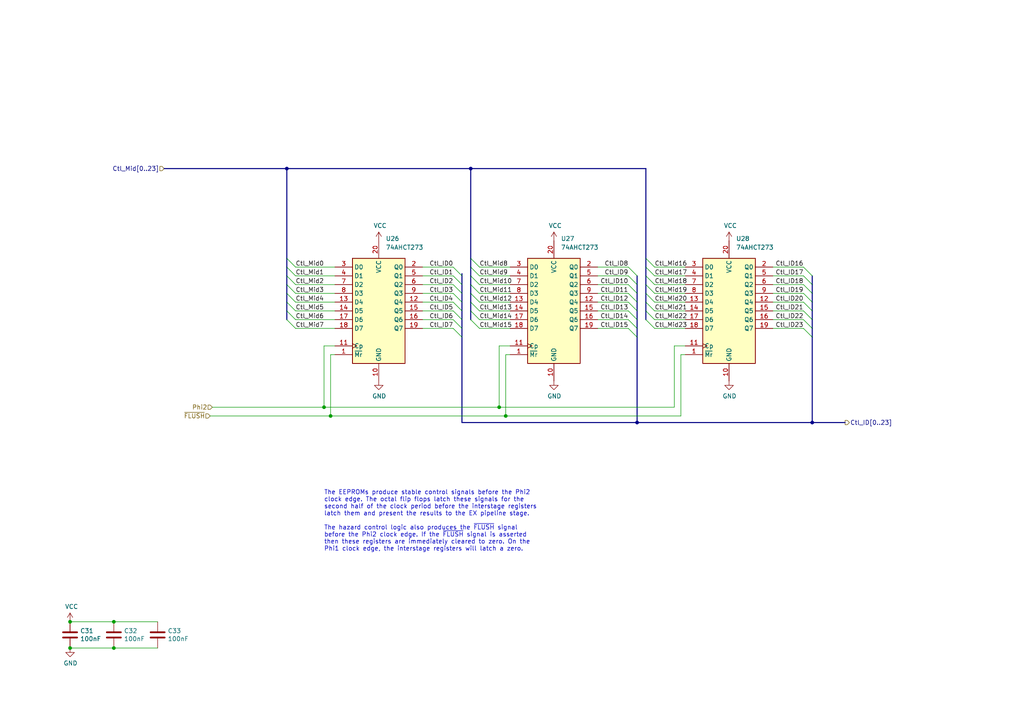
<source format=kicad_sch>
(kicad_sch (version 20230121) (generator eeschema)
  (paper "A4")
  (title_block (date "2022-09-25") (rev "C"))
  (lib_symbols
    (symbol "74xx:74HC273"
      (property "Reference" "U" (at -7.62 16.51 0))
      (property "Value" "74HC273" (at -7.62 -16.51 0))
      (symbol "74HC273_1_0"
        (pin input line (at -12.7 -12.7 0) (length 5.08) (name "~{Mr}") (number "1"))
        (pin power_in line (at 0 -20.32 90) (length 5.08) (name "GND") (number "10"))
        (pin input clock (at -12.7 -10.16 0) (length 5.08) (name "Cp") (number "11"))
        (pin output line (at 12.7 2.54 180) (length 5.08) (name "Q4") (number "12"))
        (pin input line (at -12.7 2.54 0) (length 5.08) (name "D4") (number "13"))
        (pin input line (at -12.7 0 0) (length 5.08) (name "D5") (number "14"))
        (pin output line (at 12.7 0 180) (length 5.08) (name "Q5") (number "15"))
        (pin output line (at 12.7 -2.54 180) (length 5.08) (name "Q6") (number "16"))
        (pin input line (at -12.7 -2.54 0) (length 5.08) (name "D6") (number "17"))
        (pin input line (at -12.7 -5.08 0) (length 5.08) (name "D7") (number "18"))
        (pin output line (at 12.7 -5.08 180) (length 5.08) (name "Q7") (number "19"))
        (pin output line (at 12.7 12.7 180) (length 5.08) (name "Q0") (number "2"))
        (pin power_in line (at 0 20.32 270) (length 5.08) (name "VCC") (number "20"))
        (pin input line (at -12.7 12.7 0) (length 5.08) (name "D0") (number "3"))
        (pin input line (at -12.7 10.16 0) (length 5.08) (name "D1") (number "4"))
        (pin output line (at 12.7 10.16 180) (length 5.08) (name "Q1") (number "5"))
        (pin output line (at 12.7 7.62 180) (length 5.08) (name "Q2") (number "6"))
        (pin input line (at -12.7 7.62 0) (length 5.08) (name "D2") (number "7"))
        (pin input line (at -12.7 5.08 0) (length 5.08) (name "D3") (number "8"))
        (pin output line (at 12.7 5.08 180) (length 5.08) (name "Q3") (number "9"))
      )
      (symbol "74HC273_1_1"
        (rectangle (start -7.62 15.24) (end 7.62 -15.24) (stroke (width 0.254)) (fill (type background)))
      )
    )
    (symbol "Device:C" (pin_numbers hide) (pin_names (offset 0.254))
      (property "Reference" "C" (at 0.635 2.54 0))
      (property "Value" "C" (at 0.635 -2.54 0))
      (symbol "C_0_1"
        (polyline (pts (xy -2.032 -0.762) (xy 2.032 -0.762)) (stroke (width 0.508)))
        (polyline (pts (xy -2.032 0.762) (xy 2.032 0.762)) (stroke (width 0.508)))
      )
      (symbol "C_1_1"
        (pin passive line (at 0 3.81 270) (length 2.794) (name "~") (number "1"))
        (pin passive line (at 0 -3.81 90) (length 2.794) (name "~") (number "2"))
      )
    )
    (symbol "power:GND" (power) (pin_names (offset 0))
      (property "Value" "GND" (at 0 -3.81 0))
      (symbol "GND_0_1"
        (polyline (pts (xy 0 0) (xy 0 -1.27) (xy 1.27 -1.27) (xy 0 -2.54) (xy -1.27 -1.27) (xy 0 -1.27)))
      )
      (symbol "GND_1_1"
        (pin power_in line (at 0 0 270) (length 0) hide (name "GND") (number "1"))
      )
    )
    (symbol "power:VCC" (power) (pin_names (offset 0))
      (property "Value" "VCC" (at 0 3.81 0))
      (symbol "VCC_0_1"
        (polyline (pts (xy -0.762 1.27) (xy 0 2.54)))
        (polyline (pts (xy 0 0) (xy 0 2.54)))
        (polyline (pts (xy 0 2.54) (xy 0.762 1.27)))
      )
      (symbol "VCC_1_1"
        (pin power_in line (at 0 0 90) (length 0) hide (name "VCC") (number "1"))
      )
    )
  )
  (junction (at 144.78 118.11))
  (junction (at 20.32 187.96))
  (junction (at 184.785 122.555))
  (junction (at 146.685 120.65))
  (junction (at 33.02 187.96))
  (junction (at 95.885 120.65))
  (junction (at 83.185 48.895))
  (junction (at 235.585 122.555))
  (junction (at 136.525 48.895))
  (junction (at 93.98 118.11))
  (junction (at 33.02 180.34))
  (junction (at 20.32 180.34))
  (bus_entry (at 184.785 90.17) (size -2.54 -2.54))
  (bus_entry (at 235.585 95.25) (size -2.54 -2.54))
  (bus_entry (at 139.065 77.47) (size -2.54 -2.54))
  (bus_entry (at 235.585 92.71) (size -2.54 -2.54))
  (bus_entry (at 139.065 87.63) (size -2.54 -2.54))
  (bus_entry (at 139.065 80.01) (size -2.54 -2.54))
  (bus_entry (at 184.785 87.63) (size -2.54 -2.54))
  (bus_entry (at 133.985 97.79) (size -2.54 -2.54))
  (bus_entry (at 133.985 82.55) (size -2.54 -2.54))
  (bus_entry (at 189.865 77.47) (size -2.54 -2.54))
  (bus_entry (at 85.725 92.71) (size -2.54 -2.54))
  (bus_entry (at 85.725 95.25) (size -2.54 -2.54))
  (bus_entry (at 235.585 80.01) (size -2.54 -2.54))
  (bus_entry (at 133.985 87.63) (size -2.54 -2.54))
  (bus_entry (at 139.065 85.09) (size -2.54 -2.54))
  (bus_entry (at 235.585 82.55) (size -2.54 -2.54))
  (bus_entry (at 189.865 92.71) (size -2.54 -2.54))
  (bus_entry (at 139.065 92.71) (size -2.54 -2.54))
  (bus_entry (at 139.065 82.55) (size -2.54 -2.54))
  (bus_entry (at 184.785 85.09) (size -2.54 -2.54))
  (bus_entry (at 85.725 87.63) (size -2.54 -2.54))
  (bus_entry (at 85.725 90.17) (size -2.54 -2.54))
  (bus_entry (at 85.725 77.47) (size -2.54 -2.54))
  (bus_entry (at 85.725 80.01) (size -2.54 -2.54))
  (bus_entry (at 85.725 82.55) (size -2.54 -2.54))
  (bus_entry (at 85.725 85.09) (size -2.54 -2.54))
  (bus_entry (at 235.585 85.09) (size -2.54 -2.54))
  (bus_entry (at 133.985 95.25) (size -2.54 -2.54))
  (bus_entry (at 133.985 92.71) (size -2.54 -2.54))
  (bus_entry (at 189.865 82.55) (size -2.54 -2.54))
  (bus_entry (at 235.585 97.79) (size -2.54 -2.54))
  (bus_entry (at 133.985 85.09) (size -2.54 -2.54))
  (bus_entry (at 189.865 95.25) (size -2.54 -2.54))
  (bus_entry (at 189.865 90.17) (size -2.54 -2.54))
  (bus_entry (at 133.985 80.01) (size -2.54 -2.54))
  (bus_entry (at 184.785 95.25) (size -2.54 -2.54))
  (bus_entry (at 184.785 92.71) (size -2.54 -2.54))
  (bus_entry (at 184.785 82.55) (size -2.54 -2.54))
  (bus_entry (at 189.865 85.09) (size -2.54 -2.54))
  (bus_entry (at 235.585 87.63) (size -2.54 -2.54))
  (bus_entry (at 139.065 95.25) (size -2.54 -2.54))
  (bus_entry (at 133.985 90.17) (size -2.54 -2.54))
  (bus_entry (at 189.865 87.63) (size -2.54 -2.54))
  (bus_entry (at 189.865 80.01) (size -2.54 -2.54))
  (bus_entry (at 235.585 90.17) (size -2.54 -2.54))
  (bus_entry (at 184.785 80.01) (size -2.54 -2.54))
  (bus_entry (at 139.065 90.17) (size -2.54 -2.54))
  (bus_entry (at 184.785 97.79) (size -2.54 -2.54))
  (wire (pts (xy 233.045 90.17) (xy 224.155 90.17)))
  (bus (pts (xy 83.185 87.63) (xy 83.185 90.17)))
  (bus (pts (xy 133.985 90.17) (xy 133.985 92.71)))
  (wire (pts (xy 85.725 77.47) (xy 97.155 77.47)))
  (wire (pts (xy 144.78 100.33) (xy 144.78 118.11)))
  (bus (pts (xy 136.525 80.01) (xy 136.525 82.55)))
  (wire (pts (xy 33.02 180.34) (xy 45.72 180.34)))
  (wire (pts (xy 85.725 95.25) (xy 97.155 95.25)))
  (wire (pts (xy 131.445 85.09) (xy 122.555 85.09)))
  (bus (pts (xy 83.185 90.17) (xy 83.185 92.71)))
  (wire (pts (xy 85.725 87.63) (xy 97.155 87.63)))
  (wire (pts (xy 93.98 100.33) (xy 93.98 118.11)))
  (bus (pts (xy 235.585 97.79) (xy 235.585 122.555)))
  (wire (pts (xy 189.865 95.25) (xy 198.755 95.25)))
  (wire (pts (xy 20.32 180.34) (xy 33.02 180.34)))
  (bus (pts (xy 187.325 80.01) (xy 187.325 82.55)))
  (bus (pts (xy 184.785 122.555) (xy 235.585 122.555)))
  (bus (pts (xy 136.525 77.47) (xy 136.525 80.01)))
  (bus (pts (xy 235.585 90.17) (xy 235.585 92.71)))
  (bus (pts (xy 136.525 85.09) (xy 136.525 87.63)))
  (wire (pts (xy 139.065 80.01) (xy 147.955 80.01)))
  (wire (pts (xy 131.445 77.47) (xy 122.555 77.47)))
  (bus (pts (xy 235.585 95.25) (xy 235.585 97.79)))
  (wire (pts (xy 195.58 100.33) (xy 195.58 118.11)))
  (wire (pts (xy 146.685 120.65) (xy 197.485 120.65)))
  (bus (pts (xy 235.585 87.63) (xy 235.585 90.17)))
  (bus (pts (xy 184.785 87.63) (xy 184.785 90.17)))
  (wire (pts (xy 189.865 85.09) (xy 198.755 85.09)))
  (wire (pts (xy 147.955 100.33) (xy 144.78 100.33)))
  (bus (pts (xy 83.185 48.895) (xy 83.185 74.93)))
  (wire (pts (xy 233.045 80.01) (xy 224.155 80.01)))
  (wire (pts (xy 131.445 82.55) (xy 122.555 82.55)))
  (wire (pts (xy 189.865 87.63) (xy 198.755 87.63)))
  (wire (pts (xy 139.065 90.17) (xy 147.955 90.17)))
  (wire (pts (xy 139.065 77.47) (xy 147.955 77.47)))
  (wire (pts (xy 144.78 118.11) (xy 195.58 118.11)))
  (wire (pts (xy 85.725 92.71) (xy 97.155 92.71)))
  (wire (pts (xy 85.725 85.09) (xy 97.155 85.09)))
  (bus (pts (xy 184.785 97.79) (xy 184.785 122.555)))
  (wire (pts (xy 182.245 80.01) (xy 173.355 80.01)))
  (bus (pts (xy 133.985 92.71) (xy 133.985 95.25)))
  (bus (pts (xy 83.185 82.55) (xy 83.185 85.09)))
  (wire (pts (xy 233.045 82.55) (xy 224.155 82.55)))
  (bus (pts (xy 136.525 48.895) (xy 187.325 48.895)))
  (bus (pts (xy 83.185 74.93) (xy 83.185 77.47)))
  (bus (pts (xy 187.325 74.93) (xy 187.325 77.47)))
  (wire (pts (xy 182.245 77.47) (xy 173.355 77.47)))
  (bus (pts (xy 184.785 92.71) (xy 184.785 95.25)))
  (wire (pts (xy 182.245 90.17) (xy 173.355 90.17)))
  (wire (pts (xy 198.755 102.87) (xy 197.485 102.87)))
  (wire (pts (xy 131.445 95.25) (xy 122.555 95.25)))
  (bus (pts (xy 83.185 80.01) (xy 83.185 82.55)))
  (bus (pts (xy 133.985 87.63) (xy 133.985 90.17)))
  (wire (pts (xy 97.155 100.33) (xy 93.98 100.33)))
  (bus (pts (xy 83.185 77.47) (xy 83.185 80.01)))
  (wire (pts (xy 131.445 80.01) (xy 122.555 80.01)))
  (bus (pts (xy 47.625 48.895) (xy 83.185 48.895)))
  (wire (pts (xy 139.065 82.55) (xy 147.955 82.55)))
  (wire (pts (xy 131.445 92.71) (xy 122.555 92.71)))
  (wire (pts (xy 95.885 102.87) (xy 95.885 120.65)))
  (wire (pts (xy 97.155 102.87) (xy 95.885 102.87)))
  (bus (pts (xy 136.525 74.93) (xy 136.525 77.47)))
  (wire (pts (xy 198.755 100.33) (xy 195.58 100.33)))
  (wire (pts (xy 233.045 95.25) (xy 224.155 95.25)))
  (wire (pts (xy 85.725 80.01) (xy 97.155 80.01)))
  (bus (pts (xy 187.325 77.47) (xy 187.325 80.01)))
  (bus (pts (xy 133.985 80.01) (xy 133.985 82.55)))
  (wire (pts (xy 93.98 118.11) (xy 61.595 118.11)))
  (wire (pts (xy 139.065 92.71) (xy 147.955 92.71)))
  (bus (pts (xy 187.325 48.895) (xy 187.325 74.93)))
  (wire (pts (xy 131.445 87.63) (xy 122.555 87.63)))
  (bus (pts (xy 133.985 95.25) (xy 133.985 97.79)))
  (wire (pts (xy 189.865 90.17) (xy 198.755 90.17)))
  (wire (pts (xy 33.02 187.96) (xy 20.32 187.96)))
  (wire (pts (xy 139.065 95.25) (xy 147.955 95.25)))
  (wire (pts (xy 189.865 92.71) (xy 198.755 92.71)))
  (bus (pts (xy 136.525 90.17) (xy 136.525 92.71)))
  (bus (pts (xy 136.525 48.895) (xy 136.525 74.93)))
  (bus (pts (xy 133.985 97.79) (xy 133.985 122.555)))
  (wire (pts (xy 139.065 85.09) (xy 147.955 85.09)))
  (wire (pts (xy 233.045 77.47) (xy 224.155 77.47)))
  (bus (pts (xy 187.325 82.55) (xy 187.325 85.09)))
  (wire (pts (xy 189.865 82.55) (xy 198.755 82.55)))
  (wire (pts (xy 131.445 90.17) (xy 122.555 90.17)))
  (bus (pts (xy 184.785 85.09) (xy 184.785 87.63)))
  (wire (pts (xy 233.045 87.63) (xy 224.155 87.63)))
  (bus (pts (xy 83.185 85.09) (xy 83.185 87.63)))
  (bus (pts (xy 235.585 92.71) (xy 235.585 95.25)))
  (wire (pts (xy 95.885 120.65) (xy 60.96 120.65)))
  (bus (pts (xy 235.585 85.09) (xy 235.585 87.63)))
  (wire (pts (xy 233.045 92.71) (xy 224.155 92.71)))
  (wire (pts (xy 182.245 87.63) (xy 173.355 87.63)))
  (bus (pts (xy 133.985 82.55) (xy 133.985 85.09)))
  (bus (pts (xy 184.785 122.555) (xy 133.985 122.555)))
  (bus (pts (xy 83.185 48.895) (xy 136.525 48.895)))
  (wire (pts (xy 146.685 102.87) (xy 146.685 120.65)))
  (wire (pts (xy 233.045 85.09) (xy 224.155 85.09)))
  (bus (pts (xy 235.585 80.01) (xy 235.585 82.55)))
  (wire (pts (xy 182.245 92.71) (xy 173.355 92.71)))
  (bus (pts (xy 184.785 80.01) (xy 184.785 82.55)))
  (wire (pts (xy 189.865 80.01) (xy 198.755 80.01)))
  (bus (pts (xy 133.985 79.375) (xy 133.985 80.01)))
  (bus (pts (xy 184.785 95.25) (xy 184.785 97.79)))
  (bus (pts (xy 136.525 82.55) (xy 136.525 85.09)))
  (bus (pts (xy 245.11 122.555) (xy 235.585 122.555)))
  (wire (pts (xy 85.725 82.55) (xy 97.155 82.55)))
  (bus (pts (xy 136.525 87.63) (xy 136.525 90.17)))
  (wire (pts (xy 147.955 102.87) (xy 146.685 102.87)))
  (bus (pts (xy 187.325 90.17) (xy 187.325 92.71)))
  (wire (pts (xy 197.485 102.87) (xy 197.485 120.65)))
  (wire (pts (xy 45.72 187.96) (xy 33.02 187.96)))
  (wire (pts (xy 139.065 87.63) (xy 147.955 87.63)))
  (wire (pts (xy 93.98 118.11) (xy 144.78 118.11)))
  (bus (pts (xy 184.785 90.17) (xy 184.785 92.71)))
  (wire (pts (xy 182.245 95.25) (xy 173.355 95.25)))
  (wire (pts (xy 182.245 82.55) (xy 173.355 82.55)))
  (wire (pts (xy 95.885 120.65) (xy 146.685 120.65)))
  (bus (pts (xy 187.325 85.09) (xy 187.325 87.63)))
  (wire (pts (xy 182.245 85.09) (xy 173.355 85.09)))
  (bus (pts (xy 235.585 82.55) (xy 235.585 85.09)))
  (bus (pts (xy 187.325 87.63) (xy 187.325 90.17)))
  (bus (pts (xy 184.785 82.55) (xy 184.785 85.09)))
  (bus (pts (xy 133.985 85.09) (xy 133.985 87.63)))
  (wire (pts (xy 85.725 90.17) (xy 97.155 90.17)))
  (wire (pts (xy 189.865 77.47) (xy 198.755 77.47)))
  (text "The EEPROMs produce stable control signals before the Phi2\nclock edge. The octal flip flops latch these signals for the \nsecond half of the clock period before the interstage registers\nlatch them and present the results to the EX pipeline stage.\n\nThe hazard control logic also produces the ~{FLUSH} signal\nbefore the Phi2 clock edge. If the ~{FLUSH} signal is asserted\nthen these registers are immediately cleared to zero. On the\nPhi1 clock edge, the interstage registers will latch a zero." (at 93.98 160.02 0) (effects (font (size 1.27 1.27)) (justify left bottom)))
  (label "Ctl_Mid23" (at 189.865 95.25 0))
  (label "Ctl_Mid0" (at 85.725 77.47 0))
  (label "Ctl_Mid20" (at 189.865 87.63 0))
  (label "Ctl_ID0" (at 131.445 77.47 180))
  (label "Ctl_ID11" (at 182.245 85.09 180))
  (label "Ctl_Mid17" (at 189.865 80.01 0))
  (label "Ctl_Mid6" (at 85.725 92.71 0))
  (label "Ctl_ID7" (at 131.445 95.25 180))
  (label "Ctl_Mid19" (at 189.865 85.09 0))
  (label "Ctl_Mid9" (at 139.065 80.01 0))
  (label "Ctl_Mid3" (at 85.725 85.09 0))
  (label "Ctl_Mid7" (at 85.725 95.25 0))
  (label "Ctl_ID12" (at 182.245 87.63 180))
  (label "Ctl_Mid11" (at 139.065 85.09 0))
  (label "Ctl_ID19" (at 233.045 85.09 180))
  (label "Ctl_Mid8" (at 139.065 77.47 0))
  (label "Ctl_Mid1" (at 85.725 80.01 0))
  (label "Ctl_ID1" (at 131.445 80.01 180))
  (label "Ctl_ID8" (at 182.245 77.47 180))
  (label "Ctl_Mid2" (at 85.725 82.55 0))
  (label "Ctl_Mid10" (at 139.065 82.55 0))
  (label "Ctl_Mid22" (at 189.865 92.71 0))
  (label "Ctl_Mid16" (at 189.865 77.47 0))
  (label "Ctl_ID14" (at 182.245 92.71 180))
  (label "Ctl_ID20" (at 233.045 87.63 180))
  (label "Ctl_Mid5" (at 85.725 90.17 0))
  (label "Ctl_Mid15" (at 139.065 95.25 0))
  (label "Ctl_ID13" (at 182.245 90.17 180))
  (label "Ctl_ID2" (at 131.445 82.55 180))
  (label "Ctl_ID6" (at 131.445 92.71 180))
  (label "Ctl_Mid13" (at 139.065 90.17 0))
  (label "Ctl_Mid4" (at 85.725 87.63 0))
  (label "Ctl_Mid12" (at 139.065 87.63 0))
  (label "Ctl_ID10" (at 182.245 82.55 180))
  (label "Ctl_Mid14" (at 139.065 92.71 0))
  (label "Ctl_ID22" (at 233.045 92.71 180))
  (label "Ctl_ID4" (at 131.445 87.63 180))
  (label "Ctl_Mid21" (at 189.865 90.17 0))
  (label "Ctl_ID5" (at 131.445 90.17 180))
  (label "Ctl_ID16" (at 233.045 77.47 180))
  (label "Ctl_ID21" (at 233.045 90.17 180))
  (label "Ctl_ID3" (at 131.445 85.09 180))
  (label "Ctl_ID18" (at 233.045 82.55 180))
  (label "Ctl_ID17" (at 233.045 80.01 180))
  (label "Ctl_Mid18" (at 189.865 82.55 0))
  (label "Ctl_ID23" (at 233.045 95.25 180))
  (label "Ctl_ID9" (at 182.245 80.01 180))
  (label "Ctl_ID15" (at 182.245 95.25 180))
  (hierarchical_label "Phi2" (shape input) (at 61.595 118.11 180))
  (hierarchical_label "~{FLUSH}" (shape input) (at 60.96 120.65 180))
  (hierarchical_label "Ctl_Mid[0..23]" (shape input) (at 47.625 48.895 180))
  (hierarchical_label "Ctl_ID[0..23]" (shape output) (at 245.11 122.555 0))
  (symbol (lib_id "power:VCC") (at 109.855 69.85 0) (unit 1)
    (property "Reference" "#PWR0158" (effects hide))
    (property "Value" "VCC" (at 110.236 65.4558 0))
  )
  (symbol (lib_id "74xx:74HC273") (at 211.455 90.17 0) (unit 1)
    (property "Reference" "U28" (at 213.4744 69.215 0) (effects (justify left)))
    (property "Value" "74AHCT273" (at 213.4744 71.755 0) (effects (justify left)))
    (property "Footprint" "Package_SO:TSSOP-20_4.4x6.5mm_P0.65mm" (effects hide))
    (property "Datasheet" "https://www.mouser.com/datasheet/2/916/74AHC_AHCT273-1597419.pdf" (effects hide))
    (property "Mouser" "https://www.mouser.com/ProductDetail/Nexperia/74AHCT273PW118?qs=P62ublwmbi8gP6vEF3PWfA%3D%3D" (effects hide))
  )
  (symbol (lib_id "power:VCC") (at 20.32 180.34 0) (unit 1)
    (property "Reference" "#PWR0156" (effects hide))
    (property "Value" "VCC" (at 20.7518 175.9458 0))
  )
  (symbol (lib_id "Device:C") (at 45.72 184.15 0) (unit 1)
    (property "Reference" "C33" (at 48.641 182.9816 0) (effects (justify left)))
    (property "Value" "100nF" (at 48.641 185.293 0) (effects (justify left)))
    (property "Footprint" "Capacitor_SMD:C_0603_1608Metric_Pad1.08x0.95mm_HandSolder" (effects hide))
    (property "Mouser" "https://www.mouser.com/ProductDetail/963-EMK107B7104KAHT" (effects hide))
  )
  (symbol (lib_id "Device:C") (at 33.02 184.15 0) (unit 1)
    (property "Reference" "C32" (at 35.941 182.9816 0) (effects (justify left)))
    (property "Value" "100nF" (at 35.941 185.293 0) (effects (justify left)))
    (property "Footprint" "Capacitor_SMD:C_0603_1608Metric_Pad1.08x0.95mm_HandSolder" (effects hide))
    (property "Mouser" "https://www.mouser.com/ProductDetail/963-EMK107B7104KAHT" (effects hide))
  )
  (symbol (lib_id "power:GND") (at 109.855 110.49 0) (unit 1)
    (property "Reference" "#PWR0159" (effects hide))
    (property "Value" "GND" (at 109.982 114.8842 0))
  )
  (symbol (lib_id "power:GND") (at 160.655 110.49 0) (unit 1)
    (property "Reference" "#PWR0161" (effects hide))
    (property "Value" "GND" (at 160.782 114.8842 0))
  )
  (symbol (lib_id "power:VCC") (at 211.455 69.85 0) (unit 1)
    (property "Reference" "#PWR0162" (effects hide))
    (property "Value" "VCC" (at 211.836 65.4558 0))
  )
  (symbol (lib_id "power:GND") (at 20.32 187.96 0) (unit 1)
    (property "Reference" "#PWR0157" (effects hide))
    (property "Value" "GND" (at 20.447 192.3542 0))
  )
  (symbol (lib_id "74xx:74HC273") (at 109.855 90.17 0) (unit 1)
    (property "Reference" "U26" (at 111.8744 69.215 0) (effects (justify left)))
    (property "Value" "74AHCT273" (at 111.8744 71.755 0) (effects (justify left)))
    (property "Footprint" "Package_SO:TSSOP-20_4.4x6.5mm_P0.65mm" (effects hide))
    (property "Datasheet" "https://www.mouser.com/datasheet/2/916/74AHC_AHCT273-1597419.pdf" (effects hide))
    (property "Mouser" "https://www.mouser.com/ProductDetail/Nexperia/74AHCT273PW118?qs=P62ublwmbi8gP6vEF3PWfA%3D%3D" (effects hide))
  )
  (symbol (lib_id "power:GND") (at 211.455 110.49 0) (unit 1)
    (property "Reference" "#PWR0163" (effects hide))
    (property "Value" "GND" (at 211.582 114.8842 0))
  )
  (symbol (lib_id "Device:C") (at 20.32 184.15 0) (unit 1)
    (property "Reference" "C31" (at 23.241 182.9816 0) (effects (justify left)))
    (property "Value" "100nF" (at 23.241 185.293 0) (effects (justify left)))
    (property "Footprint" "Capacitor_SMD:C_0603_1608Metric_Pad1.08x0.95mm_HandSolder" (effects hide))
    (property "Mouser" "https://www.mouser.com/ProductDetail/963-EMK107B7104KAHT" (effects hide))
  )
  (symbol (lib_id "power:VCC") (at 160.655 69.85 0) (unit 1)
    (property "Reference" "#PWR0160" (effects hide))
    (property "Value" "VCC" (at 161.036 65.4558 0))
  )
  (symbol (lib_id "74xx:74HC273") (at 160.655 90.17 0) (unit 1)
    (property "Reference" "U27" (at 162.6744 69.215 0) (effects (justify left)))
    (property "Value" "74AHCT273" (at 162.6744 71.755 0) (effects (justify left)))
    (property "Footprint" "Package_SO:TSSOP-20_4.4x6.5mm_P0.65mm" (effects hide))
    (property "Datasheet" "https://www.mouser.com/datasheet/2/916/74AHC_AHCT273-1597419.pdf" (effects hide))
    (property "Mouser" "https://www.mouser.com/ProductDetail/Nexperia/74AHCT273PW118?qs=P62ublwmbi8gP6vEF3PWfA%3D%3D" (effects hide))
  )
)
</source>
